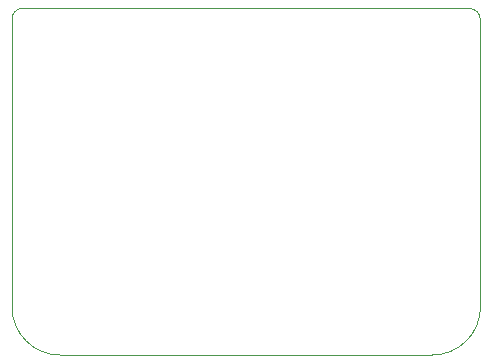
<source format=gbr>
G04 #@! TF.GenerationSoftware,KiCad,Pcbnew,(5.1.5)-3*
G04 #@! TF.CreationDate,2021-07-17T20:23:40-05:00*
G04 #@! TF.ProjectId,InputBoardSTM32,496e7075-7442-46f6-9172-6453544d3332,rev?*
G04 #@! TF.SameCoordinates,Original*
G04 #@! TF.FileFunction,Paste,Bot*
G04 #@! TF.FilePolarity,Positive*
%FSLAX46Y46*%
G04 Gerber Fmt 4.6, Leading zero omitted, Abs format (unit mm)*
G04 Created by KiCad (PCBNEW (5.1.5)-3) date 2021-07-17 20:23:40*
%MOMM*%
%LPD*%
G04 APERTURE LIST*
%ADD10C,0.050000*%
G04 APERTURE END LIST*
D10*
X171279873Y-85389743D02*
G75*
G02X172239940Y-86360000I-5095J-965162D01*
G01*
X132588000Y-86296602D02*
G75*
G02X133489685Y-85389720I901685J5182D01*
G01*
X132588000Y-110680500D02*
X132588000Y-86296602D01*
X136652000Y-114744500D02*
G75*
G02X132588000Y-110680500I0J4064000D01*
G01*
X168153080Y-114744500D02*
X136652000Y-114744500D01*
X172239940Y-86360000D02*
X172250164Y-110667800D01*
X172250164Y-110670340D02*
G75*
G02X168153080Y-114744500I-4074224J0D01*
G01*
X171279820Y-85389720D02*
X133489685Y-85389720D01*
M02*

</source>
